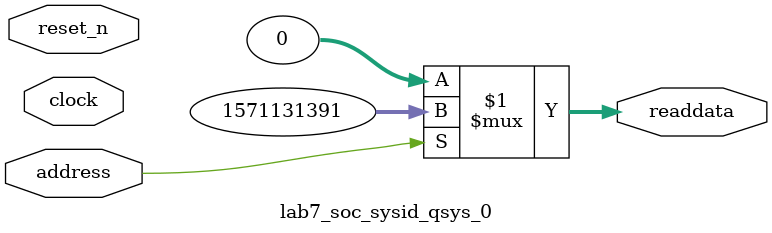
<source format=v>



// synthesis translate_off
`timescale 1ns / 1ps
// synthesis translate_on

// turn off superfluous verilog processor warnings 
// altera message_level Level1 
// altera message_off 10034 10035 10036 10037 10230 10240 10030 

module lab7_soc_sysid_qsys_0 (
               // inputs:
                address,
                clock,
                reset_n,

               // outputs:
                readdata
             )
;

  output  [ 31: 0] readdata;
  input            address;
  input            clock;
  input            reset_n;

  wire    [ 31: 0] readdata;
  //control_slave, which is an e_avalon_slave
  assign readdata = address ? 1571131391 : 0;

endmodule



</source>
